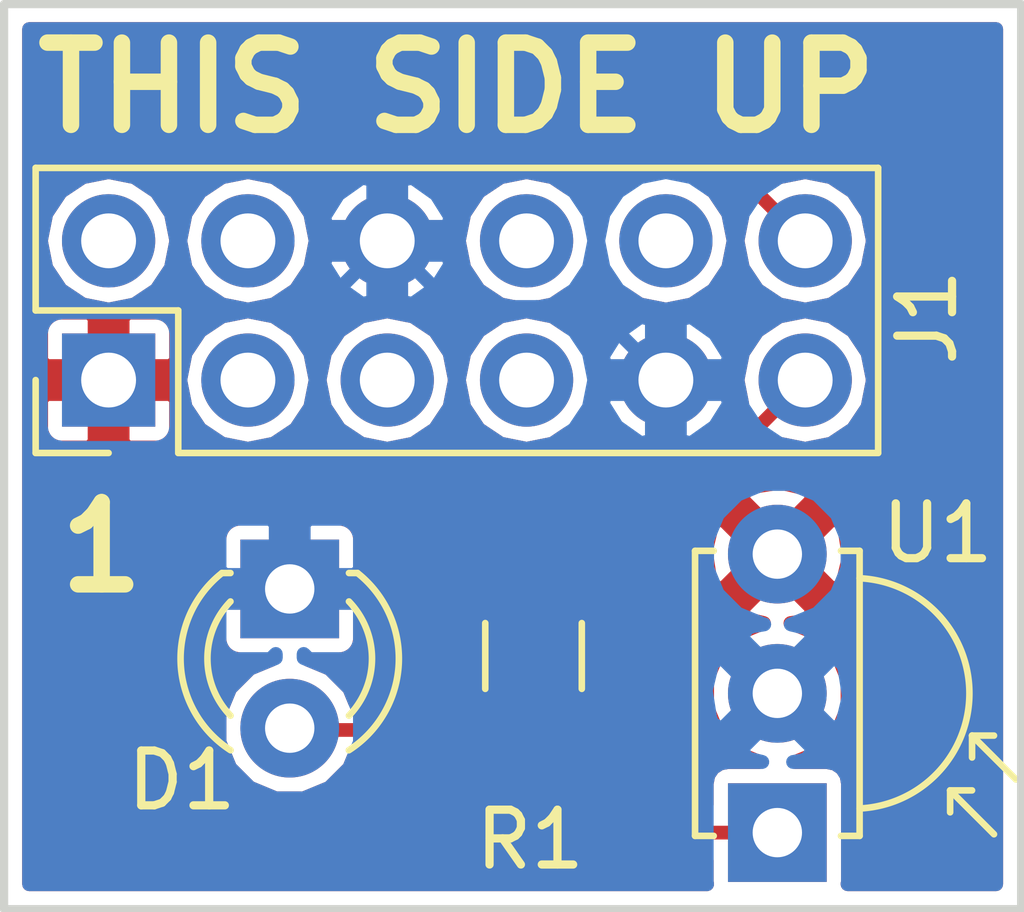
<source format=kicad_pcb>
(kicad_pcb (version 4) (host pcbnew 4.0.6+dfsg1-1)

  (general
    (links 7)
    (no_connects 0)
    (area 134.544999 86.284999 153.237001 102.945001)
    (thickness 1.6)
    (drawings 6)
    (tracks 24)
    (zones 0)
    (modules 4)
    (nets 13)
  )

  (page A4)
  (layers
    (0 F.Cu signal)
    (31 B.Cu signal)
    (32 B.Adhes user)
    (33 F.Adhes user)
    (34 B.Paste user)
    (35 F.Paste user)
    (36 B.SilkS user)
    (37 F.SilkS user)
    (38 B.Mask user)
    (39 F.Mask user)
    (40 Dwgs.User user)
    (41 Cmts.User user)
    (42 Eco1.User user)
    (43 Eco2.User user)
    (44 Edge.Cuts user)
    (45 Margin user)
    (46 B.CrtYd user)
    (47 F.CrtYd user)
    (48 B.Fab user)
    (49 F.Fab user)
  )

  (setup
    (last_trace_width 0.25)
    (trace_clearance 0.2)
    (zone_clearance 0.254)
    (zone_45_only no)
    (trace_min 0.2)
    (segment_width 0.2)
    (edge_width 0.15)
    (via_size 0.6)
    (via_drill 0.4)
    (via_min_size 0.4)
    (via_min_drill 0.3)
    (uvia_size 0.3)
    (uvia_drill 0.1)
    (uvias_allowed no)
    (uvia_min_size 0.2)
    (uvia_min_drill 0.1)
    (pcb_text_width 0.3)
    (pcb_text_size 1.5 1.5)
    (mod_edge_width 0.15)
    (mod_text_size 1 1)
    (mod_text_width 0.15)
    (pad_size 1.524 1.524)
    (pad_drill 0.762)
    (pad_to_mask_clearance 0.2)
    (aux_axis_origin 0 0)
    (visible_elements FFFFFF7F)
    (pcbplotparams
      (layerselection 0x010f0_80000001)
      (usegerberextensions true)
      (excludeedgelayer true)
      (linewidth 0.100000)
      (plotframeref false)
      (viasonmask false)
      (mode 1)
      (useauxorigin false)
      (hpglpennumber 1)
      (hpglpenspeed 20)
      (hpglpendiameter 15)
      (hpglpenoverlay 2)
      (psnegative false)
      (psa4output false)
      (plotreference true)
      (plotvalue true)
      (plotinvisibletext false)
      (padsonsilk false)
      (subtractmaskfromsilk true)
      (outputformat 1)
      (mirror false)
      (drillshape 0)
      (scaleselection 1)
      (outputdirectory gerbers/))
  )

  (net 0 "")
  (net 1 GND)
  (net 2 "Net-(D1-Pad2)")
  (net 3 +3V3)
  (net 4 "Net-(J1-Pad2)")
  (net 5 "Net-(J1-Pad3)")
  (net 6 "Net-(J1-Pad4)")
  (net 7 "Net-(J1-Pad5)")
  (net 8 "Net-(J1-Pad7)")
  (net 9 "Net-(J1-Pad8)")
  (net 10 "Net-(J1-Pad10)")
  (net 11 "Net-(J1-Pad11)")
  (net 12 "Net-(J1-Pad12)")

  (net_class Default "This is the default net class."
    (clearance 0.2)
    (trace_width 0.25)
    (via_dia 0.6)
    (via_drill 0.4)
    (uvia_dia 0.3)
    (uvia_drill 0.1)
    (add_net +3V3)
    (add_net GND)
    (add_net "Net-(D1-Pad2)")
    (add_net "Net-(J1-Pad10)")
    (add_net "Net-(J1-Pad11)")
    (add_net "Net-(J1-Pad12)")
    (add_net "Net-(J1-Pad2)")
    (add_net "Net-(J1-Pad3)")
    (add_net "Net-(J1-Pad4)")
    (add_net "Net-(J1-Pad5)")
    (add_net "Net-(J1-Pad7)")
    (add_net "Net-(J1-Pad8)")
  )

  (module Opto-Devices:IRReceiver_Vishay_MINICAST-3pin (layer F.Cu) (tedit 5AF24CDA) (tstamp 5AF24A37)
    (at 148.717 101.473 90)
    (descr "IR Receiver Vishay TSOP-xxxx, MINICAST package")
    (tags "IR Receiver Vishay TSOP-xxxx MINICAST")
    (path /5AF24BE6)
    (fp_text reference U1 (at 5.461 2.921 360) (layer F.SilkS)
      (effects (font (size 1 1) (thickness 0.15)))
    )
    (fp_text value TSSP58038 (at 2.55 -2.4 90) (layer F.Fab) hide
      (effects (font (size 1 1) (thickness 0.15)))
    )
    (fp_text user %R (at 2.54 0 90) (layer F.Fab)
      (effects (font (size 1 1) (thickness 0.15)))
    )
    (fp_line (start 5.14 -1.16) (end 5.14 -1.5) (layer F.SilkS) (width 0.12))
    (fp_line (start 5.14 -1.5) (end -0.06 -1.5) (layer F.SilkS) (width 0.12))
    (fp_line (start -0.06 -1.5) (end -0.06 -1.16) (layer F.SilkS) (width 0.12))
    (fp_line (start 5.14 1.16) (end 5.14 1.5) (layer F.SilkS) (width 0.12))
    (fp_line (start 5.14 1.5) (end -0.06 1.5) (layer F.SilkS) (width 0.12))
    (fp_line (start -0.06 1.5) (end -0.06 1.16) (layer F.SilkS) (width 0.12))
    (fp_line (start 0.04 -1.4) (end 5.04 -1.4) (layer F.Fab) (width 0.1))
    (fp_line (start 5.04 -1.4) (end 5.04 1.4) (layer F.Fab) (width 0.1))
    (fp_line (start 5.04 1.4) (end 0.04 1.4) (layer F.Fab) (width 0.1))
    (fp_line (start 0.04 1.4) (end 0.04 -1.4) (layer F.Fab) (width 0.1))
    (fp_line (start 0.77 3.15) (end 0.37 3.15) (layer F.SilkS) (width 0.12))
    (fp_line (start 0.77 3.15) (end 0.77 3.55) (layer F.SilkS) (width 0.12))
    (fp_line (start 0.77 3.15) (end -0.03 3.95) (layer F.SilkS) (width 0.12))
    (fp_line (start 1.77 3.55) (end 0.97 4.35) (layer F.SilkS) (width 0.12))
    (fp_line (start 1.77 3.55) (end 1.77 3.95) (layer F.SilkS) (width 0.12))
    (fp_line (start 1.77 3.55) (end 1.37 3.55) (layer F.SilkS) (width 0.12))
    (fp_line (start -1.15 -1.65) (end 6.23 -1.65) (layer F.CrtYd) (width 0.05))
    (fp_line (start -1.15 -1.65) (end -1.15 3.7) (layer F.CrtYd) (width 0.05))
    (fp_line (start 6.23 3.7) (end 6.23 -1.65) (layer F.CrtYd) (width 0.05))
    (fp_line (start 6.23 3.7) (end -1.15 3.7) (layer F.CrtYd) (width 0.05))
    (fp_arc (start 2.54 1.4) (end 4.64 1.5) (angle 174.5) (layer F.SilkS) (width 0.12))
    (fp_arc (start 2.54 1.4) (end 4.54 1.4) (angle 180) (layer F.Fab) (width 0.1))
    (pad 1 thru_hole rect (at 0 0 90) (size 1.8 1.8) (drill 0.9) (layers *.Cu *.Mask)
      (net 11 "Net-(J1-Pad11)"))
    (pad 2 thru_hole circle (at 2.54 0 90) (size 1.8 1.8) (drill 0.9) (layers *.Cu *.Mask)
      (net 1 GND))
    (pad 3 thru_hole circle (at 5.08 0 90) (size 1.8 1.8) (drill 0.9) (layers *.Cu *.Mask)
      (net 3 +3V3))
    (model ${KISYS3DMOD}/Opto-Devices.3dshapes/IRReceiver_Vishay_MINICAST-3pin.wrl
      (at (xyz 0 0 0))
      (scale (xyz 1 1 1))
      (rotate (xyz 0 0 0))
    )
  )

  (module LEDs:LED_D3.0mm (layer F.Cu) (tedit 5AF24CEC) (tstamp 5AF24A1A)
    (at 139.827 97.028 270)
    (descr "LED, diameter 3.0mm, 2 pins")
    (tags "LED diameter 3.0mm 2 pins")
    (path /5AF24D11)
    (fp_text reference D1 (at 3.4925 1.9685 360) (layer F.SilkS)
      (effects (font (size 1 1) (thickness 0.15)))
    )
    (fp_text value LED (at 1.27 2.96 270) (layer F.Fab) hide
      (effects (font (size 1 1) (thickness 0.15)))
    )
    (fp_arc (start 1.27 0) (end -0.23 -1.16619) (angle 284.3) (layer F.Fab) (width 0.1))
    (fp_arc (start 1.27 0) (end -0.29 -1.235516) (angle 108.8) (layer F.SilkS) (width 0.12))
    (fp_arc (start 1.27 0) (end -0.29 1.235516) (angle -108.8) (layer F.SilkS) (width 0.12))
    (fp_arc (start 1.27 0) (end 0.229039 -1.08) (angle 87.9) (layer F.SilkS) (width 0.12))
    (fp_arc (start 1.27 0) (end 0.229039 1.08) (angle -87.9) (layer F.SilkS) (width 0.12))
    (fp_circle (center 1.27 0) (end 2.77 0) (layer F.Fab) (width 0.1))
    (fp_line (start -0.23 -1.16619) (end -0.23 1.16619) (layer F.Fab) (width 0.1))
    (fp_line (start -0.29 -1.236) (end -0.29 -1.08) (layer F.SilkS) (width 0.12))
    (fp_line (start -0.29 1.08) (end -0.29 1.236) (layer F.SilkS) (width 0.12))
    (fp_line (start -1.15 -2.25) (end -1.15 2.25) (layer F.CrtYd) (width 0.05))
    (fp_line (start -1.15 2.25) (end 3.7 2.25) (layer F.CrtYd) (width 0.05))
    (fp_line (start 3.7 2.25) (end 3.7 -2.25) (layer F.CrtYd) (width 0.05))
    (fp_line (start 3.7 -2.25) (end -1.15 -2.25) (layer F.CrtYd) (width 0.05))
    (pad 1 thru_hole rect (at 0 0 270) (size 1.8 1.8) (drill 0.9) (layers *.Cu *.Mask)
      (net 1 GND))
    (pad 2 thru_hole circle (at 2.54 0 270) (size 1.8 1.8) (drill 0.9) (layers *.Cu *.Mask)
      (net 2 "Net-(D1-Pad2)"))
    (model ${KISYS3DMOD}/LEDs.3dshapes/LED_D3.0mm.wrl
      (at (xyz 0 0 0))
      (scale (xyz 0.393701 0.393701 0.393701))
      (rotate (xyz 0 0 0))
    )
  )

  (module Pin_Headers:Pin_Header_Straight_2x06_Pitch2.54mm (layer F.Cu) (tedit 5AF24CD7) (tstamp 5AF24A2A)
    (at 136.525 93.218 90)
    (descr "Through hole straight pin header, 2x06, 2.54mm pitch, double rows")
    (tags "Through hole pin header THT 2x06 2.54mm double row")
    (path /5AF24A88)
    (fp_text reference J1 (at 1.143 14.9225 90) (layer F.SilkS)
      (effects (font (size 1 1) (thickness 0.15)))
    )
    (fp_text value CONN_02X06 (at 1.27 15.03 90) (layer F.Fab) hide
      (effects (font (size 1 1) (thickness 0.15)))
    )
    (fp_line (start 0 -1.27) (end 3.81 -1.27) (layer F.Fab) (width 0.1))
    (fp_line (start 3.81 -1.27) (end 3.81 13.97) (layer F.Fab) (width 0.1))
    (fp_line (start 3.81 13.97) (end -1.27 13.97) (layer F.Fab) (width 0.1))
    (fp_line (start -1.27 13.97) (end -1.27 0) (layer F.Fab) (width 0.1))
    (fp_line (start -1.27 0) (end 0 -1.27) (layer F.Fab) (width 0.1))
    (fp_line (start -1.33 14.03) (end 3.87 14.03) (layer F.SilkS) (width 0.12))
    (fp_line (start -1.33 1.27) (end -1.33 14.03) (layer F.SilkS) (width 0.12))
    (fp_line (start 3.87 -1.33) (end 3.87 14.03) (layer F.SilkS) (width 0.12))
    (fp_line (start -1.33 1.27) (end 1.27 1.27) (layer F.SilkS) (width 0.12))
    (fp_line (start 1.27 1.27) (end 1.27 -1.33) (layer F.SilkS) (width 0.12))
    (fp_line (start 1.27 -1.33) (end 3.87 -1.33) (layer F.SilkS) (width 0.12))
    (fp_line (start -1.33 0) (end -1.33 -1.33) (layer F.SilkS) (width 0.12))
    (fp_line (start -1.33 -1.33) (end 0 -1.33) (layer F.SilkS) (width 0.12))
    (fp_line (start -1.8 -1.8) (end -1.8 14.5) (layer F.CrtYd) (width 0.05))
    (fp_line (start -1.8 14.5) (end 4.35 14.5) (layer F.CrtYd) (width 0.05))
    (fp_line (start 4.35 14.5) (end 4.35 -1.8) (layer F.CrtYd) (width 0.05))
    (fp_line (start 4.35 -1.8) (end -1.8 -1.8) (layer F.CrtYd) (width 0.05))
    (fp_text user %R (at 1.27 6.35 180) (layer F.Fab) hide
      (effects (font (size 1 1) (thickness 0.15)))
    )
    (pad 1 thru_hole rect (at 0 0 90) (size 1.7 1.7) (drill 1) (layers *.Cu *.Mask)
      (net 3 +3V3))
    (pad 2 thru_hole oval (at 2.54 0 90) (size 1.7 1.7) (drill 1) (layers *.Cu *.Mask)
      (net 4 "Net-(J1-Pad2)"))
    (pad 3 thru_hole oval (at 0 2.54 90) (size 1.7 1.7) (drill 1) (layers *.Cu *.Mask)
      (net 5 "Net-(J1-Pad3)"))
    (pad 4 thru_hole oval (at 2.54 2.54 90) (size 1.7 1.7) (drill 1) (layers *.Cu *.Mask)
      (net 6 "Net-(J1-Pad4)"))
    (pad 5 thru_hole oval (at 0 5.08 90) (size 1.7 1.7) (drill 1) (layers *.Cu *.Mask)
      (net 7 "Net-(J1-Pad5)"))
    (pad 6 thru_hole oval (at 2.54 5.08 90) (size 1.7 1.7) (drill 1) (layers *.Cu *.Mask)
      (net 1 GND))
    (pad 7 thru_hole oval (at 0 7.62 90) (size 1.7 1.7) (drill 1) (layers *.Cu *.Mask)
      (net 8 "Net-(J1-Pad7)"))
    (pad 8 thru_hole oval (at 2.54 7.62 90) (size 1.7 1.7) (drill 1) (layers *.Cu *.Mask)
      (net 9 "Net-(J1-Pad8)"))
    (pad 9 thru_hole oval (at 0 10.16 90) (size 1.7 1.7) (drill 1) (layers *.Cu *.Mask)
      (net 1 GND))
    (pad 10 thru_hole oval (at 2.54 10.16 90) (size 1.7 1.7) (drill 1) (layers *.Cu *.Mask)
      (net 10 "Net-(J1-Pad10)"))
    (pad 11 thru_hole oval (at 0 12.7 90) (size 1.7 1.7) (drill 1) (layers *.Cu *.Mask)
      (net 11 "Net-(J1-Pad11)"))
    (pad 12 thru_hole oval (at 2.54 12.7 90) (size 1.7 1.7) (drill 1) (layers *.Cu *.Mask)
      (net 12 "Net-(J1-Pad12)"))
    (model ${KISYS3DMOD}/Pin_Headers.3dshapes/Pin_Header_Straight_2x06_Pitch2.54mm.wrl
      (at (xyz 0 0 0))
      (scale (xyz 1 1 1))
      (rotate (xyz 0 0 0))
    )
  )

  (module Resistors_SMD:R_0805_HandSoldering (layer F.Cu) (tedit 5AF24CF4) (tstamp 5AF24A30)
    (at 144.272 98.251 270)
    (descr "Resistor SMD 0805, hand soldering")
    (tags "resistor 0805")
    (path /5AF24CD2)
    (attr smd)
    (fp_text reference R1 (at 3.349 0.0635 360) (layer F.SilkS)
      (effects (font (size 1 1) (thickness 0.15)))
    )
    (fp_text value 220 (at 0 1.75 270) (layer F.Fab) hide
      (effects (font (size 1 1) (thickness 0.15)))
    )
    (fp_text user %R (at 0 0 270) (layer F.Fab) hide
      (effects (font (size 0.5 0.5) (thickness 0.075)))
    )
    (fp_line (start -1 0.62) (end -1 -0.62) (layer F.Fab) (width 0.1))
    (fp_line (start 1 0.62) (end -1 0.62) (layer F.Fab) (width 0.1))
    (fp_line (start 1 -0.62) (end 1 0.62) (layer F.Fab) (width 0.1))
    (fp_line (start -1 -0.62) (end 1 -0.62) (layer F.Fab) (width 0.1))
    (fp_line (start 0.6 0.88) (end -0.6 0.88) (layer F.SilkS) (width 0.12))
    (fp_line (start -0.6 -0.88) (end 0.6 -0.88) (layer F.SilkS) (width 0.12))
    (fp_line (start -2.35 -0.9) (end 2.35 -0.9) (layer F.CrtYd) (width 0.05))
    (fp_line (start -2.35 -0.9) (end -2.35 0.9) (layer F.CrtYd) (width 0.05))
    (fp_line (start 2.35 0.9) (end 2.35 -0.9) (layer F.CrtYd) (width 0.05))
    (fp_line (start 2.35 0.9) (end -2.35 0.9) (layer F.CrtYd) (width 0.05))
    (pad 1 smd rect (at -1.35 0 270) (size 1.5 1.3) (layers F.Cu F.Paste F.Mask)
      (net 12 "Net-(J1-Pad12)"))
    (pad 2 smd rect (at 1.35 0 270) (size 1.5 1.3) (layers F.Cu F.Paste F.Mask)
      (net 2 "Net-(D1-Pad2)"))
    (model ${KISYS3DMOD}/Resistors_SMD.3dshapes/R_0805.wrl
      (at (xyz 0 0 0))
      (scale (xyz 1 1 1))
      (rotate (xyz 0 0 0))
    )
  )

  (gr_line (start 134.62 102.87) (end 134.62 86.36) (layer Edge.Cuts) (width 0.15))
  (gr_line (start 153.162 102.87) (end 134.62 102.87) (layer Edge.Cuts) (width 0.15))
  (gr_line (start 153.162 86.36) (end 153.162 102.87) (layer Edge.Cuts) (width 0.15))
  (gr_line (start 134.62 86.36) (end 153.162 86.36) (layer Edge.Cuts) (width 0.15))
  (gr_text 1 (at 136.398 96.266) (layer F.SilkS)
    (effects (font (size 1.5 1.5) (thickness 0.3)))
  )
  (gr_text "THIS SIDE UP" (at 142.875 87.884) (layer F.SilkS)
    (effects (font (size 1.5 1.5) (thickness 0.3)))
  )

  (segment (start 144.3355 91.8845) (end 142.8115 91.8845) (width 0.25) (layer B.Cu) (net 1))
  (segment (start 142.8115 91.8845) (end 141.605 90.678) (width 0.25) (layer B.Cu) (net 1))
  (segment (start 145.3515 91.948) (end 144.399 91.948) (width 0.25) (layer B.Cu) (net 1))
  (segment (start 144.399 91.948) (end 144.3355 91.8845) (width 0.25) (layer B.Cu) (net 1))
  (segment (start 145.771501 92.368001) (end 145.3515 91.948) (width 0.25) (layer B.Cu) (net 1))
  (segment (start 146.685 93.218) (end 145.835001 92.368001) (width 0.25) (layer B.Cu) (net 1))
  (segment (start 145.835001 92.368001) (end 145.771501 92.368001) (width 0.25) (layer B.Cu) (net 1))
  (segment (start 140.335 95.37) (end 140.335 91.948) (width 0.25) (layer B.Cu) (net 1))
  (segment (start 140.335 91.948) (end 141.605 90.678) (width 0.25) (layer B.Cu) (net 1))
  (segment (start 139.827 97.028) (end 139.827 95.878) (width 0.25) (layer B.Cu) (net 1))
  (segment (start 139.827 95.878) (end 140.335 95.37) (width 0.25) (layer B.Cu) (net 1))
  (segment (start 144.272 99.601) (end 139.86 99.601) (width 0.25) (layer F.Cu) (net 2))
  (segment (start 139.86 99.601) (end 139.827 99.568) (width 0.25) (layer F.Cu) (net 2))
  (segment (start 146.4945 95.758) (end 146.685 95.758) (width 0.25) (layer F.Cu) (net 11))
  (segment (start 146.685 95.758) (end 149.225 93.218) (width 0.25) (layer F.Cu) (net 11))
  (segment (start 146.4945 100.7745) (end 146.4945 95.758) (width 0.25) (layer F.Cu) (net 11))
  (segment (start 147.193 101.473) (end 146.4945 100.7745) (width 0.25) (layer F.Cu) (net 11))
  (segment (start 148.717 101.473) (end 147.193 101.473) (width 0.25) (layer F.Cu) (net 11))
  (segment (start 145.7325 89.2175) (end 147.7645 89.2175) (width 0.25) (layer F.Cu) (net 12))
  (segment (start 147.7645 89.2175) (end 149.225 90.678) (width 0.25) (layer F.Cu) (net 12))
  (segment (start 145.415 89.535) (end 145.7325 89.2175) (width 0.25) (layer F.Cu) (net 12))
  (segment (start 145.415 94.758) (end 145.415 89.535) (width 0.25) (layer F.Cu) (net 12))
  (segment (start 144.272 96.901) (end 144.272 95.901) (width 0.25) (layer F.Cu) (net 12))
  (segment (start 144.272 95.901) (end 145.415 94.758) (width 0.25) (layer F.Cu) (net 12))

  (zone (net 3) (net_name +3V3) (layer F.Cu) (tstamp 0) (hatch edge 0.508)
    (connect_pads (clearance 0.254))
    (min_thickness 0.254)
    (fill yes (arc_segments 16) (thermal_gap 0.254) (thermal_bridge_width 0.762))
    (polygon
      (pts
        (xy 134.874 86.614) (xy 134.874 102.616) (xy 152.908 102.616) (xy 152.908 86.614)
      )
    )
    (filled_polygon
      (pts
        (xy 152.706 102.414) (xy 149.997161 102.414) (xy 150.005464 102.373) (xy 150.005464 100.573) (xy 149.978897 100.43181)
        (xy 149.895454 100.302135) (xy 149.768134 100.215141) (xy 149.617 100.184536) (xy 149.042534 100.184536) (xy 149.44168 100.019612)
        (xy 149.802345 99.659575) (xy 149.997777 99.188924) (xy 149.998222 98.679311) (xy 149.803612 98.20832) (xy 149.443575 97.847655)
        (xy 148.972924 97.652223) (xy 148.955559 97.652208) (xy 149.16829 97.618652) (xy 149.264557 97.578777) (xy 149.374542 97.409752)
        (xy 148.717 96.75221) (xy 148.059458 97.409752) (xy 148.169443 97.578777) (xy 148.472706 97.651786) (xy 148.463311 97.651778)
        (xy 147.99232 97.846388) (xy 147.631655 98.206425) (xy 147.436223 98.677076) (xy 147.435778 99.186689) (xy 147.630388 99.65768)
        (xy 147.990425 100.018345) (xy 148.390656 100.184536) (xy 147.817 100.184536) (xy 147.67581 100.211103) (xy 147.546135 100.294546)
        (xy 147.459141 100.421866) (xy 147.428536 100.573) (xy 147.428536 100.967) (xy 147.402592 100.967) (xy 147.0005 100.564908)
        (xy 147.0005 96.3409) (xy 147.411944 96.3409) (xy 147.491348 96.84429) (xy 147.531223 96.940557) (xy 147.700248 97.050542)
        (xy 148.35779 96.393) (xy 149.07621 96.393) (xy 149.733752 97.050542) (xy 149.902777 96.940557) (xy 150.022056 96.4451)
        (xy 149.942652 95.94171) (xy 149.902777 95.845443) (xy 149.733752 95.735458) (xy 149.07621 96.393) (xy 148.35779 96.393)
        (xy 147.700248 95.735458) (xy 147.531223 95.845443) (xy 147.411944 96.3409) (xy 147.0005 96.3409) (xy 147.0005 96.144057)
        (xy 147.042796 96.115796) (xy 147.782344 95.376248) (xy 148.059458 95.376248) (xy 148.717 96.03379) (xy 149.374542 95.376248)
        (xy 149.264557 95.207223) (xy 148.7691 95.087944) (xy 148.26571 95.167348) (xy 148.169443 95.207223) (xy 148.059458 95.376248)
        (xy 147.782344 95.376248) (xy 148.774988 94.383604) (xy 149.225 94.473117) (xy 149.696083 94.379413) (xy 150.095448 94.112565)
        (xy 150.362296 93.7132) (xy 150.456 93.242117) (xy 150.456 93.193883) (xy 150.362296 92.7228) (xy 150.095448 92.323435)
        (xy 149.696083 92.056587) (xy 149.225 91.962883) (xy 148.753917 92.056587) (xy 148.354552 92.323435) (xy 148.087704 92.7228)
        (xy 147.994 93.193883) (xy 147.994 93.242117) (xy 148.07551 93.651898) (xy 146.470667 95.256741) (xy 146.300862 95.290517)
        (xy 146.136704 95.400204) (xy 146.027017 95.564362) (xy 145.9885 95.758) (xy 145.9885 100.7745) (xy 146.027017 100.968138)
        (xy 146.136704 101.132296) (xy 146.835204 101.830796) (xy 146.999362 101.940483) (xy 147.193 101.979) (xy 147.428536 101.979)
        (xy 147.428536 102.373) (xy 147.436251 102.414) (xy 135.076 102.414) (xy 135.076 96.128) (xy 138.538536 96.128)
        (xy 138.538536 97.928) (xy 138.565103 98.06919) (xy 138.648546 98.198865) (xy 138.775866 98.285859) (xy 138.927 98.316464)
        (xy 139.501466 98.316464) (xy 139.10232 98.481388) (xy 138.741655 98.841425) (xy 138.546223 99.312076) (xy 138.545778 99.821689)
        (xy 138.740388 100.29268) (xy 139.100425 100.653345) (xy 139.571076 100.848777) (xy 140.080689 100.849222) (xy 140.55168 100.654612)
        (xy 140.912345 100.294575) (xy 140.990233 100.107) (xy 143.233536 100.107) (xy 143.233536 100.351) (xy 143.260103 100.49219)
        (xy 143.343546 100.621865) (xy 143.470866 100.708859) (xy 143.622 100.739464) (xy 144.922 100.739464) (xy 145.06319 100.712897)
        (xy 145.192865 100.629454) (xy 145.279859 100.502134) (xy 145.310464 100.351) (xy 145.310464 98.851) (xy 145.283897 98.70981)
        (xy 145.200454 98.580135) (xy 145.073134 98.493141) (xy 144.922 98.462536) (xy 143.622 98.462536) (xy 143.48081 98.489103)
        (xy 143.351135 98.572546) (xy 143.264141 98.699866) (xy 143.233536 98.851) (xy 143.233536 99.095) (xy 141.017604 99.095)
        (xy 140.913612 98.84332) (xy 140.553575 98.482655) (xy 140.153344 98.316464) (xy 140.727 98.316464) (xy 140.86819 98.289897)
        (xy 140.997865 98.206454) (xy 141.084859 98.079134) (xy 141.115464 97.928) (xy 141.115464 96.128) (xy 141.088897 95.98681)
        (xy 141.005454 95.857135) (xy 140.878134 95.770141) (xy 140.727 95.739536) (xy 138.927 95.739536) (xy 138.78581 95.766103)
        (xy 138.656135 95.849546) (xy 138.569141 95.976866) (xy 138.538536 96.128) (xy 135.076 96.128) (xy 135.076 93.56725)
        (xy 135.294 93.56725) (xy 135.294 94.143786) (xy 135.352004 94.28382) (xy 135.459181 94.390996) (xy 135.599215 94.449)
        (xy 136.17575 94.449) (xy 136.271 94.35375) (xy 136.271 93.472) (xy 136.779 93.472) (xy 136.779 94.35375)
        (xy 136.87425 94.449) (xy 137.450785 94.449) (xy 137.590819 94.390996) (xy 137.697996 94.28382) (xy 137.756 94.143786)
        (xy 137.756 93.56725) (xy 137.66075 93.472) (xy 136.779 93.472) (xy 136.271 93.472) (xy 135.38925 93.472)
        (xy 135.294 93.56725) (xy 135.076 93.56725) (xy 135.076 93.193883) (xy 137.834 93.193883) (xy 137.834 93.242117)
        (xy 137.927704 93.7132) (xy 138.194552 94.112565) (xy 138.593917 94.379413) (xy 139.065 94.473117) (xy 139.536083 94.379413)
        (xy 139.935448 94.112565) (xy 140.202296 93.7132) (xy 140.296 93.242117) (xy 140.296 93.193883) (xy 140.374 93.193883)
        (xy 140.374 93.242117) (xy 140.467704 93.7132) (xy 140.734552 94.112565) (xy 141.133917 94.379413) (xy 141.605 94.473117)
        (xy 142.076083 94.379413) (xy 142.475448 94.112565) (xy 142.742296 93.7132) (xy 142.836 93.242117) (xy 142.836 93.193883)
        (xy 142.742296 92.7228) (xy 142.475448 92.323435) (xy 142.076083 92.056587) (xy 141.605 91.962883) (xy 141.133917 92.056587)
        (xy 140.734552 92.323435) (xy 140.467704 92.7228) (xy 140.374 93.193883) (xy 140.296 93.193883) (xy 140.202296 92.7228)
        (xy 139.935448 92.323435) (xy 139.536083 92.056587) (xy 139.065 91.962883) (xy 138.593917 92.056587) (xy 138.194552 92.323435)
        (xy 137.927704 92.7228) (xy 137.834 93.193883) (xy 135.076 93.193883) (xy 135.076 92.292214) (xy 135.294 92.292214)
        (xy 135.294 92.86875) (xy 135.38925 92.964) (xy 136.271 92.964) (xy 136.271 92.08225) (xy 136.779 92.08225)
        (xy 136.779 92.964) (xy 137.66075 92.964) (xy 137.756 92.86875) (xy 137.756 92.292214) (xy 137.697996 92.15218)
        (xy 137.590819 92.045004) (xy 137.450785 91.987) (xy 136.87425 91.987) (xy 136.779 92.08225) (xy 136.271 92.08225)
        (xy 136.17575 91.987) (xy 135.599215 91.987) (xy 135.459181 92.045004) (xy 135.352004 92.15218) (xy 135.294 92.292214)
        (xy 135.076 92.292214) (xy 135.076 90.653883) (xy 135.294 90.653883) (xy 135.294 90.702117) (xy 135.387704 91.1732)
        (xy 135.654552 91.572565) (xy 136.053917 91.839413) (xy 136.525 91.933117) (xy 136.996083 91.839413) (xy 137.395448 91.572565)
        (xy 137.662296 91.1732) (xy 137.756 90.702117) (xy 137.756 90.653883) (xy 137.834 90.653883) (xy 137.834 90.702117)
        (xy 137.927704 91.1732) (xy 138.194552 91.572565) (xy 138.593917 91.839413) (xy 139.065 91.933117) (xy 139.536083 91.839413)
        (xy 139.935448 91.572565) (xy 140.202296 91.1732) (xy 140.296 90.702117) (xy 140.296 90.653883) (xy 140.374 90.653883)
        (xy 140.374 90.702117) (xy 140.467704 91.1732) (xy 140.734552 91.572565) (xy 141.133917 91.839413) (xy 141.605 91.933117)
        (xy 142.076083 91.839413) (xy 142.475448 91.572565) (xy 142.742296 91.1732) (xy 142.836 90.702117) (xy 142.836 90.653883)
        (xy 142.914 90.653883) (xy 142.914 90.702117) (xy 143.007704 91.1732) (xy 143.274552 91.572565) (xy 143.673917 91.839413)
        (xy 144.145 91.933117) (xy 144.616083 91.839413) (xy 144.909 91.643692) (xy 144.909 92.252308) (xy 144.616083 92.056587)
        (xy 144.145 91.962883) (xy 143.673917 92.056587) (xy 143.274552 92.323435) (xy 143.007704 92.7228) (xy 142.914 93.193883)
        (xy 142.914 93.242117) (xy 143.007704 93.7132) (xy 143.274552 94.112565) (xy 143.673917 94.379413) (xy 144.145 94.473117)
        (xy 144.616083 94.379413) (xy 144.909 94.183692) (xy 144.909 94.548408) (xy 143.914204 95.543204) (xy 143.804517 95.707362)
        (xy 143.793542 95.762536) (xy 143.622 95.762536) (xy 143.48081 95.789103) (xy 143.351135 95.872546) (xy 143.264141 95.999866)
        (xy 143.233536 96.151) (xy 143.233536 97.651) (xy 143.260103 97.79219) (xy 143.343546 97.921865) (xy 143.470866 98.008859)
        (xy 143.622 98.039464) (xy 144.922 98.039464) (xy 145.06319 98.012897) (xy 145.192865 97.929454) (xy 145.279859 97.802134)
        (xy 145.310464 97.651) (xy 145.310464 96.151) (xy 145.283897 96.00981) (xy 145.200454 95.880135) (xy 145.086392 95.8022)
        (xy 145.772796 95.115796) (xy 145.882483 94.951638) (xy 145.921 94.758) (xy 145.921 94.183692) (xy 146.213917 94.379413)
        (xy 146.685 94.473117) (xy 147.156083 94.379413) (xy 147.555448 94.112565) (xy 147.822296 93.7132) (xy 147.916 93.242117)
        (xy 147.916 93.193883) (xy 147.822296 92.7228) (xy 147.555448 92.323435) (xy 147.156083 92.056587) (xy 146.685 91.962883)
        (xy 146.213917 92.056587) (xy 145.921 92.252308) (xy 145.921 91.643692) (xy 146.213917 91.839413) (xy 146.685 91.933117)
        (xy 147.156083 91.839413) (xy 147.555448 91.572565) (xy 147.822296 91.1732) (xy 147.916 90.702117) (xy 147.916 90.653883)
        (xy 147.822296 90.1828) (xy 147.555448 89.783435) (xy 147.465749 89.7235) (xy 147.554908 89.7235) (xy 148.07551 90.244102)
        (xy 147.994 90.653883) (xy 147.994 90.702117) (xy 148.087704 91.1732) (xy 148.354552 91.572565) (xy 148.753917 91.839413)
        (xy 149.225 91.933117) (xy 149.696083 91.839413) (xy 150.095448 91.572565) (xy 150.362296 91.1732) (xy 150.456 90.702117)
        (xy 150.456 90.653883) (xy 150.362296 90.1828) (xy 150.095448 89.783435) (xy 149.696083 89.516587) (xy 149.225 89.422883)
        (xy 148.774988 89.512396) (xy 148.122296 88.859704) (xy 147.958138 88.750017) (xy 147.7645 88.7115) (xy 145.7325 88.7115)
        (xy 145.538862 88.750017) (xy 145.374704 88.859704) (xy 145.057204 89.177204) (xy 144.947517 89.341362) (xy 144.909 89.535)
        (xy 144.909 89.712308) (xy 144.616083 89.516587) (xy 144.145 89.422883) (xy 143.673917 89.516587) (xy 143.274552 89.783435)
        (xy 143.007704 90.1828) (xy 142.914 90.653883) (xy 142.836 90.653883) (xy 142.742296 90.1828) (xy 142.475448 89.783435)
        (xy 142.076083 89.516587) (xy 141.605 89.422883) (xy 141.133917 89.516587) (xy 140.734552 89.783435) (xy 140.467704 90.1828)
        (xy 140.374 90.653883) (xy 140.296 90.653883) (xy 140.202296 90.1828) (xy 139.935448 89.783435) (xy 139.536083 89.516587)
        (xy 139.065 89.422883) (xy 138.593917 89.516587) (xy 138.194552 89.783435) (xy 137.927704 90.1828) (xy 137.834 90.653883)
        (xy 137.756 90.653883) (xy 137.662296 90.1828) (xy 137.395448 89.783435) (xy 136.996083 89.516587) (xy 136.525 89.422883)
        (xy 136.053917 89.516587) (xy 135.654552 89.783435) (xy 135.387704 90.1828) (xy 135.294 90.653883) (xy 135.076 90.653883)
        (xy 135.076 86.816) (xy 152.706 86.816)
      )
    )
  )
  (zone (net 1) (net_name GND) (layer B.Cu) (tstamp 0) (hatch edge 0.508)
    (connect_pads (clearance 0.254))
    (min_thickness 0.254)
    (fill yes (arc_segments 16) (thermal_gap 0.254) (thermal_bridge_width 0.762))
    (polygon
      (pts
        (xy 134.874 86.614) (xy 152.908 86.614) (xy 152.908 102.616) (xy 134.874 102.616)
      )
    )
    (filled_polygon
      (pts
        (xy 152.706 102.414) (xy 149.997161 102.414) (xy 150.005464 102.373) (xy 150.005464 100.573) (xy 149.978897 100.43181)
        (xy 149.895454 100.302135) (xy 149.768134 100.215141) (xy 149.617 100.184536) (xy 149.004196 100.184536) (xy 149.16829 100.158652)
        (xy 149.264557 100.118777) (xy 149.374542 99.949752) (xy 148.717 99.29221) (xy 148.059458 99.949752) (xy 148.169443 100.118777)
        (xy 148.44259 100.184536) (xy 147.817 100.184536) (xy 147.67581 100.211103) (xy 147.546135 100.294546) (xy 147.459141 100.421866)
        (xy 147.428536 100.573) (xy 147.428536 102.373) (xy 147.436251 102.414) (xy 135.076 102.414) (xy 135.076 99.821689)
        (xy 138.545778 99.821689) (xy 138.740388 100.29268) (xy 139.100425 100.653345) (xy 139.571076 100.848777) (xy 140.080689 100.849222)
        (xy 140.55168 100.654612) (xy 140.912345 100.294575) (xy 141.107777 99.823924) (xy 141.108222 99.314311) (xy 140.92914 98.8809)
        (xy 147.411944 98.8809) (xy 147.491348 99.38429) (xy 147.531223 99.480557) (xy 147.700248 99.590542) (xy 148.35779 98.933)
        (xy 149.07621 98.933) (xy 149.733752 99.590542) (xy 149.902777 99.480557) (xy 150.022056 98.9851) (xy 149.942652 98.48171)
        (xy 149.902777 98.385443) (xy 149.733752 98.275458) (xy 149.07621 98.933) (xy 148.35779 98.933) (xy 147.700248 98.275458)
        (xy 147.531223 98.385443) (xy 147.411944 98.8809) (xy 140.92914 98.8809) (xy 140.913612 98.84332) (xy 140.553575 98.482655)
        (xy 140.082924 98.287223) (xy 140.081002 98.287221) (xy 140.081002 98.213752) (xy 140.17625 98.309) (xy 140.802785 98.309)
        (xy 140.942819 98.250996) (xy 141.049996 98.14382) (xy 141.108 98.003786) (xy 141.108 97.37725) (xy 141.01275 97.282)
        (xy 140.081 97.282) (xy 140.081 97.302) (xy 139.573 97.302) (xy 139.573 97.282) (xy 138.64125 97.282)
        (xy 138.546 97.37725) (xy 138.546 98.003786) (xy 138.604004 98.14382) (xy 138.711181 98.250996) (xy 138.851215 98.309)
        (xy 139.47775 98.309) (xy 139.572998 98.213752) (xy 139.572998 98.286907) (xy 139.10232 98.481388) (xy 138.741655 98.841425)
        (xy 138.546223 99.312076) (xy 138.545778 99.821689) (xy 135.076 99.821689) (xy 135.076 96.052214) (xy 138.546 96.052214)
        (xy 138.546 96.67875) (xy 138.64125 96.774) (xy 139.573 96.774) (xy 139.573 95.84225) (xy 140.081 95.84225)
        (xy 140.081 96.774) (xy 141.01275 96.774) (xy 141.108 96.67875) (xy 141.108 96.646689) (xy 147.435778 96.646689)
        (xy 147.630388 97.11768) (xy 147.990425 97.478345) (xy 148.461076 97.673777) (xy 148.478441 97.673792) (xy 148.26571 97.707348)
        (xy 148.169443 97.747223) (xy 148.059458 97.916248) (xy 148.717 98.57379) (xy 149.374542 97.916248) (xy 149.264557 97.747223)
        (xy 148.961294 97.674214) (xy 148.970689 97.674222) (xy 149.44168 97.479612) (xy 149.802345 97.119575) (xy 149.997777 96.648924)
        (xy 149.998222 96.139311) (xy 149.803612 95.66832) (xy 149.443575 95.307655) (xy 148.972924 95.112223) (xy 148.463311 95.111778)
        (xy 147.99232 95.306388) (xy 147.631655 95.666425) (xy 147.436223 96.137076) (xy 147.435778 96.646689) (xy 141.108 96.646689)
        (xy 141.108 96.052214) (xy 141.049996 95.91218) (xy 140.942819 95.805004) (xy 140.802785 95.747) (xy 140.17625 95.747)
        (xy 140.081 95.84225) (xy 139.573 95.84225) (xy 139.47775 95.747) (xy 138.851215 95.747) (xy 138.711181 95.805004)
        (xy 138.604004 95.91218) (xy 138.546 96.052214) (xy 135.076 96.052214) (xy 135.076 92.368) (xy 135.286536 92.368)
        (xy 135.286536 94.068) (xy 135.313103 94.20919) (xy 135.396546 94.338865) (xy 135.523866 94.425859) (xy 135.675 94.456464)
        (xy 137.375 94.456464) (xy 137.51619 94.429897) (xy 137.645865 94.346454) (xy 137.732859 94.219134) (xy 137.763464 94.068)
        (xy 137.763464 93.193883) (xy 137.834 93.193883) (xy 137.834 93.242117) (xy 137.927704 93.7132) (xy 138.194552 94.112565)
        (xy 138.593917 94.379413) (xy 139.065 94.473117) (xy 139.536083 94.379413) (xy 139.935448 94.112565) (xy 140.202296 93.7132)
        (xy 140.296 93.242117) (xy 140.296 93.193883) (xy 140.374 93.193883) (xy 140.374 93.242117) (xy 140.467704 93.7132)
        (xy 140.734552 94.112565) (xy 141.133917 94.379413) (xy 141.605 94.473117) (xy 142.076083 94.379413) (xy 142.475448 94.112565)
        (xy 142.742296 93.7132) (xy 142.836 93.242117) (xy 142.836 93.193883) (xy 142.914 93.193883) (xy 142.914 93.242117)
        (xy 143.007704 93.7132) (xy 143.274552 94.112565) (xy 143.673917 94.379413) (xy 144.145 94.473117) (xy 144.616083 94.379413)
        (xy 145.015448 94.112565) (xy 145.282296 93.7132) (xy 145.293414 93.657303) (xy 145.53503 93.657303) (xy 145.79068 94.063938)
        (xy 146.182483 94.341786) (xy 146.2457 94.367946) (xy 146.431 94.324983) (xy 146.431 93.472) (xy 146.939 93.472)
        (xy 146.939 94.324983) (xy 147.1243 94.367946) (xy 147.187517 94.341786) (xy 147.57932 94.063938) (xy 147.83497 93.657303)
        (xy 147.794284 93.472) (xy 146.939 93.472) (xy 146.431 93.472) (xy 145.575716 93.472) (xy 145.53503 93.657303)
        (xy 145.293414 93.657303) (xy 145.376 93.242117) (xy 145.376 93.193883) (xy 147.994 93.193883) (xy 147.994 93.242117)
        (xy 148.087704 93.7132) (xy 148.354552 94.112565) (xy 148.753917 94.379413) (xy 149.225 94.473117) (xy 149.696083 94.379413)
        (xy 150.095448 94.112565) (xy 150.362296 93.7132) (xy 150.456 93.242117) (xy 150.456 93.193883) (xy 150.362296 92.7228)
        (xy 150.095448 92.323435) (xy 149.696083 92.056587) (xy 149.225 91.962883) (xy 148.753917 92.056587) (xy 148.354552 92.323435)
        (xy 148.087704 92.7228) (xy 147.994 93.193883) (xy 145.376 93.193883) (xy 145.293415 92.778697) (xy 145.53503 92.778697)
        (xy 145.575716 92.964) (xy 146.431 92.964) (xy 146.431 92.111017) (xy 146.939 92.111017) (xy 146.939 92.964)
        (xy 147.794284 92.964) (xy 147.83497 92.778697) (xy 147.57932 92.372062) (xy 147.187517 92.094214) (xy 147.1243 92.068054)
        (xy 146.939 92.111017) (xy 146.431 92.111017) (xy 146.2457 92.068054) (xy 146.182483 92.094214) (xy 145.79068 92.372062)
        (xy 145.53503 92.778697) (xy 145.293415 92.778697) (xy 145.282296 92.7228) (xy 145.015448 92.323435) (xy 144.616083 92.056587)
        (xy 144.145 91.962883) (xy 143.673917 92.056587) (xy 143.274552 92.323435) (xy 143.007704 92.7228) (xy 142.914 93.193883)
        (xy 142.836 93.193883) (xy 142.742296 92.7228) (xy 142.475448 92.323435) (xy 142.076083 92.056587) (xy 141.605 91.962883)
        (xy 141.133917 92.056587) (xy 140.734552 92.323435) (xy 140.467704 92.7228) (xy 140.374 93.193883) (xy 140.296 93.193883)
        (xy 140.202296 92.7228) (xy 139.935448 92.323435) (xy 139.536083 92.056587) (xy 139.065 91.962883) (xy 138.593917 92.056587)
        (xy 138.194552 92.323435) (xy 137.927704 92.7228) (xy 137.834 93.193883) (xy 137.763464 93.193883) (xy 137.763464 92.368)
        (xy 137.736897 92.22681) (xy 137.653454 92.097135) (xy 137.526134 92.010141) (xy 137.375 91.979536) (xy 135.675 91.979536)
        (xy 135.53381 92.006103) (xy 135.404135 92.089546) (xy 135.317141 92.216866) (xy 135.286536 92.368) (xy 135.076 92.368)
        (xy 135.076 90.653883) (xy 135.294 90.653883) (xy 135.294 90.702117) (xy 135.387704 91.1732) (xy 135.654552 91.572565)
        (xy 136.053917 91.839413) (xy 136.525 91.933117) (xy 136.996083 91.839413) (xy 137.395448 91.572565) (xy 137.662296 91.1732)
        (xy 137.756 90.702117) (xy 137.756 90.653883) (xy 137.834 90.653883) (xy 137.834 90.702117) (xy 137.927704 91.1732)
        (xy 138.194552 91.572565) (xy 138.593917 91.839413) (xy 139.065 91.933117) (xy 139.536083 91.839413) (xy 139.935448 91.572565)
        (xy 140.202296 91.1732) (xy 140.213414 91.117303) (xy 140.45503 91.117303) (xy 140.71068 91.523938) (xy 141.102483 91.801786)
        (xy 141.1657 91.827946) (xy 141.351 91.784983) (xy 141.351 90.932) (xy 141.859 90.932) (xy 141.859 91.784983)
        (xy 142.0443 91.827946) (xy 142.107517 91.801786) (xy 142.49932 91.523938) (xy 142.75497 91.117303) (xy 142.714284 90.932)
        (xy 141.859 90.932) (xy 141.351 90.932) (xy 140.495716 90.932) (xy 140.45503 91.117303) (xy 140.213414 91.117303)
        (xy 140.296 90.702117) (xy 140.296 90.653883) (xy 142.914 90.653883) (xy 142.914 90.702117) (xy 143.007704 91.1732)
        (xy 143.274552 91.572565) (xy 143.673917 91.839413) (xy 144.145 91.933117) (xy 144.616083 91.839413) (xy 145.015448 91.572565)
        (xy 145.282296 91.1732) (xy 145.376 90.702117) (xy 145.376 90.653883) (xy 145.454 90.653883) (xy 145.454 90.702117)
        (xy 145.547704 91.1732) (xy 145.814552 91.572565) (xy 146.213917 91.839413) (xy 146.685 91.933117) (xy 147.156083 91.839413)
        (xy 147.555448 91.572565) (xy 147.822296 91.1732) (xy 147.916 90.702117) (xy 147.916 90.653883) (xy 147.994 90.653883)
        (xy 147.994 90.702117) (xy 148.087704 91.1732) (xy 148.354552 91.572565) (xy 148.753917 91.839413) (xy 149.225 91.933117)
        (xy 149.696083 91.839413) (xy 150.095448 91.572565) (xy 150.362296 91.1732) (xy 150.456 90.702117) (xy 150.456 90.653883)
        (xy 150.362296 90.1828) (xy 150.095448 89.783435) (xy 149.696083 89.516587) (xy 149.225 89.422883) (xy 148.753917 89.516587)
        (xy 148.354552 89.783435) (xy 148.087704 90.1828) (xy 147.994 90.653883) (xy 147.916 90.653883) (xy 147.822296 90.1828)
        (xy 147.555448 89.783435) (xy 147.156083 89.516587) (xy 146.685 89.422883) (xy 146.213917 89.516587) (xy 145.814552 89.783435)
        (xy 145.547704 90.1828) (xy 145.454 90.653883) (xy 145.376 90.653883) (xy 145.282296 90.1828) (xy 145.015448 89.783435)
        (xy 144.616083 89.516587) (xy 144.145 89.422883) (xy 143.673917 89.516587) (xy 143.274552 89.783435) (xy 143.007704 90.1828)
        (xy 142.914 90.653883) (xy 140.296 90.653883) (xy 140.213415 90.238697) (xy 140.45503 90.238697) (xy 140.495716 90.424)
        (xy 141.351 90.424) (xy 141.351 89.571017) (xy 141.859 89.571017) (xy 141.859 90.424) (xy 142.714284 90.424)
        (xy 142.75497 90.238697) (xy 142.49932 89.832062) (xy 142.107517 89.554214) (xy 142.0443 89.528054) (xy 141.859 89.571017)
        (xy 141.351 89.571017) (xy 141.1657 89.528054) (xy 141.102483 89.554214) (xy 140.71068 89.832062) (xy 140.45503 90.238697)
        (xy 140.213415 90.238697) (xy 140.202296 90.1828) (xy 139.935448 89.783435) (xy 139.536083 89.516587) (xy 139.065 89.422883)
        (xy 138.593917 89.516587) (xy 138.194552 89.783435) (xy 137.927704 90.1828) (xy 137.834 90.653883) (xy 137.756 90.653883)
        (xy 137.662296 90.1828) (xy 137.395448 89.783435) (xy 136.996083 89.516587) (xy 136.525 89.422883) (xy 136.053917 89.516587)
        (xy 135.654552 89.783435) (xy 135.387704 90.1828) (xy 135.294 90.653883) (xy 135.076 90.653883) (xy 135.076 86.816)
        (xy 152.706 86.816)
      )
    )
  )
)

</source>
